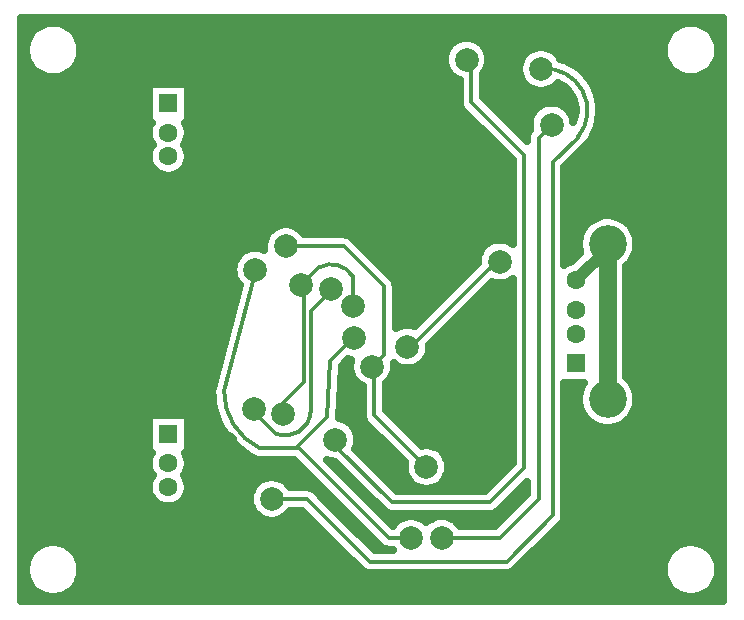
<source format=gbr>
G04 DipTrace 3.0.0.2*
G04 Bottom.gbr*
%MOIN*%
G04 #@! TF.FileFunction,Copper,L2,Bot*
G04 #@! TF.Part,Single*
G04 #@! TA.AperFunction,Conductor*
%ADD14C,0.011811*%
%ADD16C,0.03937*%
%ADD17C,0.059055*%
G04 #@! TA.AperFunction,CopperBalancing*
%ADD19C,0.025*%
G04 #@! TA.AperFunction,ComponentPad*
%ADD24R,0.062992X0.062992*%
%ADD25C,0.062992*%
%ADD26C,0.125984*%
G04 #@! TA.AperFunction,ViaPad*
%ADD37C,0.07874*%
%FSLAX26Y26*%
G04*
G70*
G90*
G75*
G01*
G04 Bottom*
%LPD*%
X789370Y1670472D2*
D14*
Y1085433D1*
Y2187795D2*
Y1820866D1*
X818898Y1791339D1*
X895669D1*
X789370Y1085433D2*
Y568110D1*
X895669Y688976D2*
Y674409D1*
X789370Y568110D1*
X895669Y1791339D2*
Y1776772D1*
X789370Y1670472D1*
X1086614Y933071D2*
Y964567D1*
X965748Y1085433D1*
X789370D1*
X1988189Y1685039D2*
X1736220D1*
X1196850D1*
X1090551Y1791339D1*
X895669D1*
X1736220Y1881890D2*
Y1685039D1*
X1507874Y1090551D2*
Y1015748D1*
X1574803Y948819D1*
Y893701D1*
X1692913Y775591D1*
X1822835D1*
X1854331Y807087D1*
Y1011811D1*
X1748031Y1118110D1*
X1338583Y1460630D2*
X1346457Y1452756D1*
Y1136648D1*
X1254690Y1044882D1*
X1266142D1*
X1279528Y1031496D1*
X1511811Y1389764D2*
Y1488189D1*
G03X1397638Y1519685I-72835J-41339D01*
G01*
X1338583Y1460630D1*
X1437008Y1448819D2*
X1444882D1*
X1370079Y1374016D1*
Y1039370D1*
G02X1252513Y966361I-84101J4265D01*
G01*
X1171631Y1047244D1*
X1181102D1*
X2360236Y1597244D2*
D16*
Y1582677D1*
X2253937Y1476378D1*
X2360236Y1079921D2*
D17*
Y1597244D1*
X1240157Y748031D2*
D14*
X1358268D1*
X1566929Y539370D1*
X2023622D1*
X2177165Y692913D1*
Y1870079D1*
X2259843Y1952756D1*
G03X2137795Y2181102I-106299J89974D01*
G01*
X1452756Y944882D2*
Y925197D1*
X1641732Y736220D1*
X1968504D1*
X2082677Y850394D1*
Y1893701D1*
X1905512Y2070866D1*
Y2196850D1*
X1889764Y2212598D1*
X1807087Y618110D2*
X2000000D1*
X2129921Y748031D1*
Y1952756D1*
X2173228Y1996063D1*
X1185039Y1511811D2*
X1186993Y1509857D1*
X1081369Y1108282D1*
G03X1200500Y917323I210858J-1095D01*
G01*
X1322835D1*
X1330709D1*
X1629921Y618110D1*
X1704724D1*
X1515748Y1283465D2*
X1510483D1*
X1435068Y1208050D1*
X1425197Y1019685D1*
X1322835Y917323D1*
X1287402Y1590551D2*
X1480315D1*
X1614173Y1456693D1*
Y1228346D1*
X1574803Y1188976D1*
X1582677Y1181102D1*
Y1027559D1*
X1755906Y854331D1*
X1692913Y1255906D2*
X1690445Y1240448D1*
X1962098Y1512101D1*
X2000000Y1539370D1*
D37*
X1748031Y1118110D3*
X1507874Y1090551D3*
X1086614Y933071D3*
X1988189Y1685039D3*
X1736220Y1881890D3*
X1704724Y618110D3*
X1755906Y854331D3*
X1287402Y1590551D3*
X1185039Y1511811D3*
X1515748Y1283465D3*
X1574803Y1188976D3*
X2137795Y2181102D3*
X1889764Y2212598D3*
X1240157Y748031D3*
X1452756Y944882D3*
X1692913Y1255906D3*
X2000000Y1539370D3*
X1181102Y1047244D3*
X1279528Y1031496D3*
X1437008Y1448819D3*
X1338583Y1460630D3*
X1511811Y1389764D3*
X1807087Y618110D3*
X2173228Y1996063D3*
X408701Y2324836D2*
D19*
X466518D1*
X557066D2*
X2592543D1*
X2683091D2*
X2740883D1*
X408701Y2299967D2*
X437026D1*
X586606D2*
X2563003D1*
X2712583D2*
X2740883D1*
X408701Y2275098D2*
X423354D1*
X600278D2*
X1850406D1*
X1929135D2*
X2549331D1*
X2726255D2*
X2740928D1*
X605454Y2250230D2*
X1825210D1*
X1954282D2*
X2113247D1*
X2162339D2*
X2544106D1*
X603744Y2225361D2*
X1815835D1*
X1963706D2*
X2077798D1*
X2197787D2*
X2545864D1*
X408701Y2200492D2*
X429018D1*
X594614D2*
X1815738D1*
X1963803D2*
X2065395D1*
X2238559D2*
X2554995D1*
X2720591D2*
X2740883D1*
X408701Y2175623D2*
X448794D1*
X574790D2*
X1824819D1*
X1954672D2*
X2062954D1*
X2274594D2*
X2574770D1*
X2700815D2*
X2740883D1*
X408701Y2150755D2*
X1849331D1*
X1947104D2*
X2069399D1*
X2297739D2*
X2740883D1*
X408701Y2125886D2*
X828482D1*
X962827D2*
X1863930D1*
X1947104D2*
X2088247D1*
X2187339D2*
X2206459D1*
X2313803D2*
X2740883D1*
X408701Y2101017D2*
X828482D1*
X962827D2*
X1863930D1*
X1947104D2*
X2232387D1*
X2324448D2*
X2740883D1*
X408701Y2076148D2*
X828482D1*
X962827D2*
X1863930D1*
X1957992D2*
X2245278D1*
X2330991D2*
X2740883D1*
X408701Y2051280D2*
X828482D1*
X962827D2*
X1869203D1*
X1982846D2*
X2123647D1*
X2222787D2*
X2250747D1*
X2333920D2*
X2740883D1*
X408701Y2026411D2*
X828482D1*
X962827D2*
X1892202D1*
X2007748D2*
X2104848D1*
X2333335D2*
X2740883D1*
X408701Y2001542D2*
X837563D1*
X953794D2*
X1917055D1*
X2032602D2*
X2098403D1*
X2329234D2*
X2740883D1*
X408701Y1976673D2*
X829018D1*
X962339D2*
X1941958D1*
X2057455D2*
X2096499D1*
X2321371D2*
X2740883D1*
X408701Y1951804D2*
X830678D1*
X960678D2*
X1966811D1*
X2309214D2*
X2740883D1*
X408701Y1926936D2*
X840248D1*
X951108D2*
X1991664D1*
X2291684D2*
X2740883D1*
X408701Y1902067D2*
X829654D1*
X961655D2*
X2016567D1*
X2266928D2*
X2740883D1*
X408701Y1877198D2*
X829702D1*
X961606D2*
X2041079D1*
X2242026D2*
X2740883D1*
X408701Y1852329D2*
X840444D1*
X950912D2*
X2041079D1*
X2218735D2*
X2740883D1*
X408701Y1827461D2*
X875795D1*
X915562D2*
X2041079D1*
X2218735D2*
X2740883D1*
X408701Y1802592D2*
X2041079D1*
X2218735D2*
X2740883D1*
X408701Y1777723D2*
X2041079D1*
X2218735D2*
X2740883D1*
X408701Y1752854D2*
X2041079D1*
X2218735D2*
X2740883D1*
X408701Y1727986D2*
X2041079D1*
X2218735D2*
X2740883D1*
X408701Y1703117D2*
X2041079D1*
X2218735D2*
X2740883D1*
X408701Y1678248D2*
X2041079D1*
X2218735D2*
X2305874D1*
X2414584D2*
X2740883D1*
X408701Y1653379D2*
X1248598D1*
X1326206D2*
X2041079D1*
X2218735D2*
X2279654D1*
X2440854D2*
X2740883D1*
X408701Y1628510D2*
X1223062D1*
X1492075D2*
X2041079D1*
X2218735D2*
X2266762D1*
X2453696D2*
X2740883D1*
X408701Y1603642D2*
X1213539D1*
X1524986D2*
X1963832D1*
X2218735D2*
X2261782D1*
X2458676D2*
X2740883D1*
X408701Y1578773D2*
X1154604D1*
X1549839D2*
X1936587D1*
X2218735D2*
X2263344D1*
X2457114D2*
X2740883D1*
X408701Y1553904D2*
X1123451D1*
X1574741D2*
X1926430D1*
X2218735D2*
X2254214D1*
X2448618D2*
X2740883D1*
X408701Y1529035D2*
X1112075D1*
X1599594D2*
X1921255D1*
X2430551D2*
X2740883D1*
X408701Y1504167D2*
X1110366D1*
X1624448D2*
X1896402D1*
X2425424D2*
X2740883D1*
X408701Y1479298D2*
X1117690D1*
X1648570D2*
X1871547D1*
X2425424D2*
X2740883D1*
X408701Y1454429D2*
X1129507D1*
X1655747D2*
X1846646D1*
X1962192D2*
X2041079D1*
X2425424D2*
X2740883D1*
X408701Y1429560D2*
X1122963D1*
X1655747D2*
X1821791D1*
X1937339D2*
X2041079D1*
X2425424D2*
X2740883D1*
X408701Y1404692D2*
X1116420D1*
X1655747D2*
X1796938D1*
X1912436D2*
X2041079D1*
X2425424D2*
X2740883D1*
X408701Y1379823D2*
X1109878D1*
X1655747D2*
X1772035D1*
X1887583D2*
X2041079D1*
X2425424D2*
X2740883D1*
X408701Y1354954D2*
X1103335D1*
X1655747D2*
X1747182D1*
X1862730D2*
X2041079D1*
X2425424D2*
X2740883D1*
X408701Y1330085D2*
X1096791D1*
X1655747D2*
X1722328D1*
X1837827D2*
X2041079D1*
X2425424D2*
X2740883D1*
X408701Y1305217D2*
X1090248D1*
X1812974D2*
X2041079D1*
X2425424D2*
X2740883D1*
X408701Y1280348D2*
X1083706D1*
X1788119D2*
X2041079D1*
X2425424D2*
X2740883D1*
X408701Y1255479D2*
X1077163D1*
X1767954D2*
X2041079D1*
X2425424D2*
X2740883D1*
X408701Y1230610D2*
X1070619D1*
X1763412D2*
X2041079D1*
X2425424D2*
X2740883D1*
X408701Y1205741D2*
X1064076D1*
X1747836D2*
X2041079D1*
X2425424D2*
X2740883D1*
X408701Y1180873D2*
X1057534D1*
X1475278D2*
X1500210D1*
X1649399D2*
X2041079D1*
X2425424D2*
X2740883D1*
X408701Y1156004D2*
X1050991D1*
X1473959D2*
X1507680D1*
X1641928D2*
X2041079D1*
X2425424D2*
X2740883D1*
X408701Y1131135D2*
X1044496D1*
X1472690D2*
X1528482D1*
X1624252D2*
X2041079D1*
X2218735D2*
X2276332D1*
X2444126D2*
X2740883D1*
X408701Y1106266D2*
X1039858D1*
X1471371D2*
X1541079D1*
X1624252D2*
X2041079D1*
X2218735D2*
X2265248D1*
X2455259D2*
X2740883D1*
X408701Y1081398D2*
X1041274D1*
X1470054D2*
X1541079D1*
X1624252D2*
X2041079D1*
X2218735D2*
X2261587D1*
X2458920D2*
X2740883D1*
X408701Y1056529D2*
X1045180D1*
X1468735D2*
X1541079D1*
X1624252D2*
X2041079D1*
X2218735D2*
X2264467D1*
X2456039D2*
X2740883D1*
X408701Y1031660D2*
X1051675D1*
X1467466D2*
X1541079D1*
X1636362D2*
X2041079D1*
X2218735D2*
X2274526D1*
X2445932D2*
X2740883D1*
X408701Y1006791D2*
X828482D1*
X962827D2*
X1060951D1*
X1493100D2*
X1547084D1*
X1661215D2*
X2041079D1*
X2218735D2*
X2295278D1*
X2425180D2*
X2740883D1*
X408701Y981923D2*
X828482D1*
X962827D2*
X1073500D1*
X1517660D2*
X1570571D1*
X1686070D2*
X2041079D1*
X2218735D2*
X2740883D1*
X408701Y957054D2*
X828482D1*
X962827D2*
X1090151D1*
X1526791D2*
X1595424D1*
X1710923D2*
X2041079D1*
X2218735D2*
X2740883D1*
X408701Y932185D2*
X828482D1*
X962827D2*
X1111294D1*
X1526694D2*
X1620278D1*
X1735825D2*
X2041079D1*
X2218735D2*
X2740883D1*
X408701Y907316D2*
X828482D1*
X962827D2*
X1139858D1*
X1528403D2*
X1645180D1*
X1807992D2*
X2041079D1*
X2218735D2*
X2740883D1*
X408701Y882448D2*
X830580D1*
X960776D2*
X1180386D1*
X1553256D2*
X1670034D1*
X1825278D2*
X2041079D1*
X2218735D2*
X2740883D1*
X408701Y857579D2*
X829067D1*
X962290D2*
X1332680D1*
X1448227D2*
X1462567D1*
X1578159D2*
X1680923D1*
X1830894D2*
X2032094D1*
X2218735D2*
X2740883D1*
X408701Y832710D2*
X837807D1*
X953550D2*
X1357534D1*
X1473080D2*
X1487453D1*
X1603012D2*
X1684146D1*
X1827671D2*
X2007241D1*
X2218735D2*
X2740883D1*
X408701Y807841D2*
X831802D1*
X959555D2*
X1196596D1*
X1283726D2*
X1382436D1*
X1497934D2*
X1512339D1*
X1627866D2*
X1697719D1*
X1814096D2*
X1982339D1*
X2218735D2*
X2740883D1*
X408701Y782972D2*
X828627D1*
X962680D2*
X1174087D1*
X1378256D2*
X1407290D1*
X1522836D2*
X1537231D1*
X1652768D2*
X1740298D1*
X1771518D2*
X1957486D1*
X2073031D2*
X2088350D1*
X2218735D2*
X2740883D1*
X408701Y758104D2*
X835512D1*
X955844D2*
X1165786D1*
X1405942D2*
X1432143D1*
X1547690D2*
X1562114D1*
X2048130D2*
X2082241D1*
X2218735D2*
X2740883D1*
X408701Y733235D2*
X857827D1*
X933530D2*
X1166615D1*
X1430844D2*
X1457046D1*
X1572543D2*
X1586996D1*
X2023276D2*
X2057339D1*
X2218735D2*
X2740883D1*
X408701Y708366D2*
X1176919D1*
X1303403D2*
X1340151D1*
X1455698D2*
X1481899D1*
X1597446D2*
X1611793D1*
X1998423D2*
X2032486D1*
X2218735D2*
X2740883D1*
X408701Y683497D2*
X1204507D1*
X1275815D2*
X1365054D1*
X1480551D2*
X1506752D1*
X1622299D2*
X1670766D1*
X1738657D2*
X1773159D1*
X1841050D2*
X2007631D1*
X2217612D2*
X2740883D1*
X408701Y658629D2*
X1389907D1*
X1505454D2*
X1531655D1*
X1869760D2*
X1982778D1*
X2200668D2*
X2740883D1*
X408701Y633760D2*
X1414760D1*
X1530307D2*
X1556508D1*
X2175766D2*
X2740883D1*
X408701Y608891D2*
X1439663D1*
X1555160D2*
X1581362D1*
X2150912D2*
X2740883D1*
X408701Y584022D2*
X453335D1*
X570298D2*
X1464516D1*
X1580063D2*
X1608315D1*
X2126059D2*
X2579311D1*
X2696274D2*
X2740883D1*
X408701Y559154D2*
X431167D1*
X592466D2*
X1489370D1*
X2101157D2*
X2557143D1*
X2718442D2*
X2740883D1*
X602866Y534285D2*
X1514272D1*
X2076303D2*
X2546743D1*
X605650Y509416D2*
X1539322D1*
X2051206D2*
X2543959D1*
X408701Y484547D2*
X422084D1*
X601499D2*
X2548110D1*
X2727524D2*
X2740873D1*
X408701Y459678D2*
X434291D1*
X589340D2*
X2560268D1*
X2715318D2*
X2740883D1*
X408701Y434810D2*
X460122D1*
X563510D2*
X2586098D1*
X2689487D2*
X2740883D1*
X408701Y409941D2*
X2740883D1*
X2728885Y504642D2*
X2726642Y490480D1*
X2722211Y476845D1*
X2715702Y464070D1*
X2707274Y452470D1*
X2697136Y442332D1*
X2685537Y433904D1*
X2672761Y427395D1*
X2659126Y422965D1*
X2644965Y420722D1*
X2630626D1*
X2616465Y422965D1*
X2602829Y427395D1*
X2590054Y433904D1*
X2578454Y442332D1*
X2568316Y452470D1*
X2559888Y464070D1*
X2553379Y476845D1*
X2548949Y490480D1*
X2546706Y504642D1*
Y518980D1*
X2548949Y533142D1*
X2553379Y546777D1*
X2559888Y559552D1*
X2568316Y571152D1*
X2578454Y581290D1*
X2590054Y589718D1*
X2602829Y596227D1*
X2616465Y600657D1*
X2630626Y602900D1*
X2644965D1*
X2659126Y600657D1*
X2672761Y596227D1*
X2685537Y589718D1*
X2697136Y581290D1*
X2707274Y571152D1*
X2715702Y559552D1*
X2722211Y546777D1*
X2726642Y533142D1*
X2728885Y518980D1*
Y504642D1*
X602900Y2236925D2*
X600657Y2222764D1*
X596227Y2209129D1*
X589718Y2196353D1*
X581290Y2184753D1*
X571152Y2174615D1*
X559552Y2166188D1*
X546777Y2159678D1*
X533142Y2155248D1*
X518980Y2153005D1*
X504642D1*
X490480Y2155248D1*
X476845Y2159678D1*
X464070Y2166188D1*
X452470Y2174615D1*
X442332Y2184753D1*
X433904Y2196353D1*
X427395Y2209129D1*
X422965Y2222764D1*
X420722Y2236925D1*
Y2251264D1*
X422965Y2265425D1*
X427395Y2279060D1*
X433904Y2291836D1*
X442332Y2303436D1*
X452470Y2313573D1*
X464070Y2322001D1*
X476845Y2328510D1*
X490480Y2332941D1*
X504642Y2335184D1*
X518980D1*
X533142Y2332941D1*
X546777Y2328510D1*
X559552Y2322001D1*
X571152Y2313573D1*
X581290Y2303436D1*
X589718Y2291836D1*
X596227Y2279060D1*
X600657Y2265425D1*
X602900Y2251264D1*
Y2236925D1*
X2728885D2*
X2726642Y2222764D1*
X2722211Y2209129D1*
X2715702Y2196353D1*
X2707274Y2184753D1*
X2697136Y2174615D1*
X2685537Y2166188D1*
X2672761Y2159678D1*
X2659126Y2155248D1*
X2644965Y2153005D1*
X2630626D1*
X2616465Y2155248D1*
X2602829Y2159678D1*
X2590054Y2166188D1*
X2578454Y2174615D1*
X2568316Y2184753D1*
X2559888Y2196353D1*
X2553379Y2209129D1*
X2548949Y2222764D1*
X2546706Y2236925D1*
Y2251264D1*
X2548949Y2265425D1*
X2553379Y2279060D1*
X2559888Y2291836D1*
X2568316Y2303436D1*
X2578454Y2313573D1*
X2590054Y2322001D1*
X2602829Y2328510D1*
X2616465Y2332941D1*
X2630626Y2335184D1*
X2644965D1*
X2659126Y2332941D1*
X2672761Y2328510D1*
X2685537Y2322001D1*
X2697136Y2313573D1*
X2707274Y2303436D1*
X2715702Y2291836D1*
X2722211Y2279060D1*
X2726642Y2265425D1*
X2728885Y2251264D1*
Y2236925D1*
X602900Y504642D2*
X600657Y490480D1*
X596227Y476845D1*
X589718Y464070D1*
X581290Y452470D1*
X571152Y442332D1*
X559552Y433904D1*
X546777Y427395D1*
X533142Y422965D1*
X518980Y420722D1*
X504642D1*
X490480Y422965D1*
X476845Y427395D1*
X464070Y433904D1*
X452470Y442332D1*
X442332Y452470D1*
X433904Y464070D1*
X427395Y476845D1*
X422965Y490480D1*
X420722Y504642D1*
Y518980D1*
X422965Y533142D1*
X427395Y546777D1*
X433904Y559552D1*
X442332Y571152D1*
X452470Y581290D1*
X464070Y589718D1*
X476845Y596227D1*
X490480Y600657D1*
X504642Y602900D1*
X518980D1*
X533142Y600657D1*
X546777Y596227D1*
X559552Y589718D1*
X571152Y581290D1*
X581290Y571152D1*
X589718Y559552D1*
X596227Y546777D1*
X600657Y533142D1*
X602900Y518980D1*
Y504642D1*
X843488Y1029248D2*
X960350D1*
Y899886D1*
X950829D1*
X955427Y890894D1*
X958563Y881241D1*
X960151Y871217D1*
Y861067D1*
X958563Y851042D1*
X955427Y841390D1*
X950819Y832346D1*
X946954Y826799D1*
X950819Y821197D1*
X955427Y812154D1*
X958563Y802501D1*
X960151Y792476D1*
Y782327D1*
X958563Y772302D1*
X955427Y762650D1*
X950819Y753606D1*
X944853Y745395D1*
X937676Y738218D1*
X929465Y732252D1*
X920421Y727644D1*
X910769Y724508D1*
X900744Y722920D1*
X890594D1*
X880570Y724508D1*
X870917Y727644D1*
X861874Y732252D1*
X853663Y738218D1*
X846486Y745395D1*
X840520Y753606D1*
X835912Y762650D1*
X832776Y772302D1*
X831188Y782327D1*
Y792476D1*
X832776Y802501D1*
X835912Y812154D1*
X840520Y821197D1*
X844385Y826744D1*
X840520Y832346D1*
X835912Y841390D1*
X832776Y851042D1*
X831188Y861067D1*
Y871217D1*
X832776Y881241D1*
X835912Y890894D1*
X840491Y899886D1*
X830988D1*
Y1029248D1*
X843488D1*
Y2131610D2*
X960350D1*
Y2002248D1*
X950829D1*
X955427Y1993256D1*
X958563Y1983604D1*
X960151Y1973579D1*
Y1963429D1*
X958563Y1953404D1*
X955427Y1943752D1*
X950819Y1934709D1*
X946954Y1929161D1*
X950819Y1923559D1*
X955427Y1914516D1*
X958563Y1904864D1*
X960151Y1894839D1*
Y1884689D1*
X958563Y1874664D1*
X955427Y1865012D1*
X950819Y1855969D1*
X944853Y1847757D1*
X937676Y1840580D1*
X929465Y1834614D1*
X920421Y1830007D1*
X910769Y1826870D1*
X900744Y1825282D1*
X890594D1*
X880570Y1826870D1*
X870917Y1830007D1*
X861874Y1834614D1*
X853663Y1840580D1*
X846486Y1847757D1*
X840520Y1855969D1*
X835912Y1865012D1*
X832776Y1874664D1*
X831188Y1884689D1*
Y1894839D1*
X832776Y1904864D1*
X835912Y1914516D1*
X840520Y1923559D1*
X844385Y1929106D1*
X840520Y1934709D1*
X835912Y1943752D1*
X832776Y1953404D1*
X831188Y1963429D1*
Y1973579D1*
X832776Y1983604D1*
X835912Y1993256D1*
X840491Y2002248D1*
X830988D1*
Y2131610D1*
X843488D1*
X2282143Y1136106D2*
X2216226D1*
X2216135Y689846D1*
X2215176Y683787D1*
X2213281Y677954D1*
X2210496Y672488D1*
X2206890Y667526D1*
X2151773Y612239D1*
X2049009Y509646D1*
X2044047Y506039D1*
X2038581Y503255D1*
X2032748Y501360D1*
X2026689Y500400D1*
X1948622Y500280D1*
X1563862Y500400D1*
X1557803Y501360D1*
X1551970Y503255D1*
X1546504Y506039D1*
X1541542Y509646D1*
X1486255Y564762D1*
X1342037Y708980D1*
X1301285Y708941D1*
X1295329Y700911D1*
X1287278Y692860D1*
X1278067Y686168D1*
X1267923Y680999D1*
X1257094Y677482D1*
X1245850Y675699D1*
X1234465D1*
X1223220Y677482D1*
X1212392Y680999D1*
X1202248Y686168D1*
X1193037Y692860D1*
X1184986Y700911D1*
X1178294Y710122D1*
X1173125Y720266D1*
X1169608Y731094D1*
X1167825Y742339D1*
Y753724D1*
X1169608Y764969D1*
X1173125Y775797D1*
X1178294Y785941D1*
X1184986Y795152D1*
X1193037Y803203D1*
X1202248Y809895D1*
X1212392Y815064D1*
X1223220Y818581D1*
X1234465Y820364D1*
X1245850D1*
X1257094Y818581D1*
X1267923Y815064D1*
X1278067Y809895D1*
X1287278Y803203D1*
X1295329Y795152D1*
X1301241Y787108D1*
X1361335Y787001D1*
X1367394Y786042D1*
X1373227Y784147D1*
X1378693Y781362D1*
X1383655Y777756D1*
X1438942Y722639D1*
X1583160Y578421D1*
X1643930Y578461D1*
X1642224Y579020D1*
X1626854Y579140D1*
X1620795Y580100D1*
X1614962Y581995D1*
X1609496Y584780D1*
X1604534Y588386D1*
X1549247Y643501D1*
X1314500Y878249D1*
X1197433Y878353D1*
X1191374Y879312D1*
X1185541Y881207D1*
X1165907Y891541D1*
X1147727Y903276D1*
X1130630Y916539D1*
X1114744Y931232D1*
X1100189Y947244D1*
X1087073Y964455D1*
X1075495Y982738D1*
X1065542Y1001951D1*
X1057289Y1021954D1*
X1050797Y1042597D1*
X1046114Y1063723D1*
X1043277Y1085176D1*
X1042307Y1106793D1*
X1042555Y1112921D1*
X1043564Y1118226D1*
X1133626Y1460633D1*
X1126341Y1469164D1*
X1120392Y1478871D1*
X1116035Y1489390D1*
X1113378Y1500461D1*
X1112484Y1511811D1*
X1113378Y1523161D1*
X1116035Y1534232D1*
X1120392Y1544751D1*
X1126341Y1554458D1*
X1133735Y1563115D1*
X1142392Y1570509D1*
X1152100Y1576458D1*
X1162618Y1580815D1*
X1173689Y1583472D1*
X1185039Y1584366D1*
X1196390Y1583472D1*
X1207461Y1580815D1*
X1216059Y1577344D1*
X1215070Y1584858D1*
Y1596244D1*
X1216852Y1607488D1*
X1220369Y1618316D1*
X1225538Y1628461D1*
X1232230Y1637672D1*
X1240281Y1645723D1*
X1249492Y1652415D1*
X1259636Y1657584D1*
X1270465Y1661101D1*
X1281709Y1662883D1*
X1293094D1*
X1304339Y1661101D1*
X1315167Y1657584D1*
X1325311Y1652415D1*
X1334522Y1645723D1*
X1342573Y1637672D1*
X1348486Y1629627D1*
X1483382Y1629521D1*
X1489441Y1628562D1*
X1495274Y1626667D1*
X1500740Y1623882D1*
X1505702Y1620276D1*
X1560990Y1565159D1*
X1643898Y1482080D1*
X1647504Y1477118D1*
X1650289Y1471652D1*
X1652184Y1465819D1*
X1653143Y1459760D1*
X1653264Y1381693D1*
Y1316702D1*
X1659974Y1320552D1*
X1670492Y1324909D1*
X1681563Y1327567D1*
X1692913Y1328461D1*
X1704264Y1327567D1*
X1715335Y1324909D1*
X1718487Y1323747D1*
X1927727Y1533012D1*
X1927668Y1545063D1*
X1929450Y1556307D1*
X1932967Y1567135D1*
X1938136Y1577280D1*
X1944828Y1586491D1*
X1952879Y1594542D1*
X1962091Y1601234D1*
X1972235Y1606403D1*
X1983063Y1609920D1*
X1994307Y1611702D1*
X2005693D1*
X2016937Y1609920D1*
X2027765Y1606403D1*
X2037909Y1601234D1*
X2043608Y1597311D1*
X2043587Y1877493D1*
X1875787Y2045479D1*
X1872181Y2050441D1*
X1869396Y2055907D1*
X1867501Y2061740D1*
X1866542Y2067799D1*
X1866421Y2143865D1*
X1856824Y2147951D1*
X1847117Y2153900D1*
X1838459Y2161294D1*
X1831066Y2169951D1*
X1825117Y2179659D1*
X1820760Y2190177D1*
X1818102Y2201248D1*
X1817209Y2212598D1*
X1818102Y2223949D1*
X1820760Y2235020D1*
X1825117Y2245538D1*
X1831066Y2255245D1*
X1838459Y2263903D1*
X1847117Y2271297D1*
X1856824Y2277245D1*
X1867343Y2281602D1*
X1878413Y2284260D1*
X1889764Y2285154D1*
X1901114Y2284260D1*
X1912185Y2281602D1*
X1922703Y2277245D1*
X1932411Y2271297D1*
X1941068Y2263903D1*
X1948462Y2255245D1*
X1954411Y2245538D1*
X1958768Y2235020D1*
X1961425Y2223949D1*
X1962319Y2212598D1*
X1961425Y2201248D1*
X1958768Y2190177D1*
X1954411Y2179659D1*
X1948462Y2169951D1*
X1944588Y2165102D1*
X1944602Y2087035D1*
X2090836Y1940824D1*
X2090951Y1955823D1*
X2091911Y1961882D1*
X2093806Y1967715D1*
X2096591Y1973181D1*
X2100197Y1978143D1*
X2102383Y1980501D1*
X2100896Y1990370D1*
Y2001756D1*
X2102678Y2013000D1*
X2106196Y2023828D1*
X2111365Y2033972D1*
X2118056Y2043184D1*
X2126108Y2051235D1*
X2135319Y2057927D1*
X2145463Y2063096D1*
X2156291Y2066613D1*
X2167535Y2068395D1*
X2178921D1*
X2190165Y2066613D1*
X2200993Y2063096D1*
X2211138Y2057927D1*
X2220349Y2051235D1*
X2228400Y2043184D1*
X2235092Y2033972D1*
X2240261Y2023828D1*
X2243778Y2013000D1*
X2245379Y2003281D1*
X2249067Y2012819D1*
X2252182Y2025710D1*
X2253567Y2038899D1*
X2253196Y2052155D1*
X2251075Y2065247D1*
X2247243Y2077942D1*
X2241765Y2090020D1*
X2234739Y2101268D1*
X2226289Y2111487D1*
X2216560Y2120501D1*
X2205726Y2128148D1*
X2193976Y2134298D1*
X2192967Y2133982D1*
X2184916Y2125930D1*
X2175705Y2119239D1*
X2165560Y2114070D1*
X2154732Y2110552D1*
X2143488Y2108770D1*
X2132102D1*
X2120858Y2110552D1*
X2110030Y2114070D1*
X2099886Y2119239D1*
X2090675Y2125930D1*
X2082623Y2133982D1*
X2075932Y2143193D1*
X2070762Y2153337D1*
X2067245Y2164165D1*
X2065463Y2175409D1*
Y2186795D1*
X2067245Y2198039D1*
X2070762Y2208867D1*
X2075932Y2219012D1*
X2082623Y2228223D1*
X2090675Y2236274D1*
X2099886Y2242966D1*
X2110030Y2248135D1*
X2120858Y2251652D1*
X2132102Y2253434D1*
X2143488D1*
X2154732Y2251652D1*
X2165560Y2248135D1*
X2175705Y2242966D1*
X2184916Y2236274D1*
X2192967Y2228223D1*
X2199659Y2219012D1*
X2202323Y2214256D1*
X2223382Y2206772D1*
X2228117Y2204673D1*
X2247114Y2194567D1*
X2266365Y2180865D1*
X2283636Y2164738D1*
X2298623Y2146470D1*
X2311064Y2126379D1*
X2320740Y2104822D1*
X2327482Y2082173D1*
X2331169Y2058833D1*
X2331739Y2035211D1*
X2329181Y2011719D1*
X2323539Y1988773D1*
X2314915Y1966774D1*
X2303457Y1946108D1*
X2289369Y1927138D1*
X2216255Y1853886D1*
X2216256Y1528916D1*
X2224572Y1534009D1*
X2233949Y1537894D1*
X2242904Y1540081D1*
X2269136Y1566346D1*
X2266717Y1574791D1*
X2264356Y1589698D1*
Y1604790D1*
X2266717Y1619697D1*
X2271381Y1634050D1*
X2278232Y1647496D1*
X2287102Y1659706D1*
X2297774Y1670378D1*
X2309984Y1679248D1*
X2323430Y1686100D1*
X2337783Y1690764D1*
X2352690Y1693125D1*
X2367782D1*
X2382689Y1690764D1*
X2397042Y1686100D1*
X2410488Y1679248D1*
X2422698Y1670378D1*
X2433370Y1659706D1*
X2442240Y1647496D1*
X2449092Y1634050D1*
X2453756Y1619697D1*
X2456117Y1604790D1*
Y1589698D1*
X2453756Y1574791D1*
X2449092Y1560438D1*
X2442240Y1546992D1*
X2433370Y1534782D1*
X2422937Y1524331D1*
X2422949Y1152860D1*
X2433370Y1142383D1*
X2442240Y1130173D1*
X2449092Y1116727D1*
X2453756Y1102374D1*
X2456117Y1087467D1*
Y1072375D1*
X2453756Y1057469D1*
X2449092Y1043115D1*
X2442240Y1029669D1*
X2433370Y1017459D1*
X2422698Y1006787D1*
X2410488Y997917D1*
X2397042Y991066D1*
X2382689Y986402D1*
X2367782Y984041D1*
X2352690D1*
X2337783Y986402D1*
X2323430Y991066D1*
X2309984Y997917D1*
X2297774Y1006787D1*
X2287102Y1017459D1*
X2278232Y1029669D1*
X2271381Y1043115D1*
X2266717Y1057469D1*
X2264356Y1072375D1*
Y1087467D1*
X2266717Y1102374D1*
X2271381Y1116727D1*
X2278232Y1130173D1*
X2282181Y1136085D1*
X1644629Y658667D2*
X1649552Y665231D1*
X1657604Y673282D1*
X1666815Y679974D1*
X1676959Y685143D1*
X1687787Y688660D1*
X1699031Y690442D1*
X1710417D1*
X1721661Y688660D1*
X1732490Y685143D1*
X1742634Y679974D1*
X1751845Y673282D1*
X1755915Y669520D1*
X1764440Y676808D1*
X1774147Y682757D1*
X1784665Y687114D1*
X1795736Y689772D1*
X1807087Y690665D1*
X1818437Y689772D1*
X1829508Y687114D1*
X1840026Y682757D1*
X1849734Y676808D1*
X1858391Y669415D1*
X1865785Y660757D1*
X1868171Y657186D1*
X1983795Y657201D1*
X2090820Y764213D1*
X2090831Y803256D1*
X1993891Y706496D1*
X1988929Y702890D1*
X1983463Y700105D1*
X1977630Y698210D1*
X1971571Y697251D1*
X1893504Y697130D1*
X1638665Y697251D1*
X1632606Y698210D1*
X1626773Y700105D1*
X1621307Y702890D1*
X1616345Y706496D1*
X1561058Y761613D1*
X1450331Y872340D1*
X1441406Y873220D1*
X1430335Y875878D1*
X1425720Y877580D1*
X1644610Y658703D1*
X1828238Y848638D2*
X1826455Y837394D1*
X1822938Y826566D1*
X1817769Y816421D1*
X1811077Y807210D1*
X1803026Y799159D1*
X1793815Y792467D1*
X1783671Y787298D1*
X1772843Y783781D1*
X1761598Y781999D1*
X1750213D1*
X1738969Y783781D1*
X1728140Y787298D1*
X1717996Y792467D1*
X1708785Y799159D1*
X1700734Y807210D1*
X1694042Y816421D1*
X1688873Y826566D1*
X1685356Y837394D1*
X1683573Y848638D1*
Y860024D1*
X1685081Y869894D1*
X1552953Y1002172D1*
X1549346Y1007134D1*
X1546562Y1012600D1*
X1544667Y1018433D1*
X1543707Y1024492D1*
X1543587Y1102559D1*
Y1123507D1*
X1536894Y1127113D1*
X1527682Y1133804D1*
X1519631Y1141856D1*
X1512940Y1151067D1*
X1507770Y1161211D1*
X1504253Y1172039D1*
X1502471Y1183283D1*
Y1194669D1*
X1504253Y1205913D1*
X1505869Y1211585D1*
X1496004Y1213706D1*
X1473318Y1191017D1*
X1464157Y1016534D1*
X1475177Y1013886D1*
X1485696Y1009529D1*
X1495403Y1003580D1*
X1504060Y996186D1*
X1511454Y987529D1*
X1517403Y977822D1*
X1521760Y967303D1*
X1524417Y956232D1*
X1525311Y944882D1*
X1524417Y933531D1*
X1521760Y922461D1*
X1518623Y914591D1*
X1657969Y775268D1*
X1952328Y775311D1*
X2043580Y866579D1*
X2043587Y1481399D1*
X2037909Y1477507D1*
X2027765Y1472337D1*
X2016937Y1468820D1*
X2005693Y1467038D1*
X1994307D1*
X1983063Y1468820D1*
X1976139Y1470898D1*
X1765350Y1260071D1*
X1765245Y1250213D1*
X1763463Y1238969D1*
X1759946Y1228140D1*
X1754777Y1217996D1*
X1748085Y1208785D1*
X1740034Y1200734D1*
X1730823Y1194042D1*
X1720678Y1188873D1*
X1709850Y1185356D1*
X1698606Y1183573D1*
X1687220D1*
X1675976Y1185356D1*
X1665148Y1188873D1*
X1655004Y1194042D1*
X1646474Y1200197D1*
X1647358Y1188976D1*
X1646465Y1177626D1*
X1643807Y1166555D1*
X1639450Y1156037D1*
X1633501Y1146329D1*
X1626108Y1137672D1*
X1621766Y1133681D1*
X1621768Y1043749D1*
X1740311Y925207D1*
X1750213Y926663D1*
X1761598D1*
X1772843Y924881D1*
X1783671Y921364D1*
X1793815Y916194D1*
X1803026Y909503D1*
X1811077Y901451D1*
X1817769Y892240D1*
X1822938Y882096D1*
X1826455Y871268D1*
X1828238Y860024D1*
Y848638D1*
X2730906Y2349705D2*
X406201D1*
Y406201D1*
X2743406D1*
Y2349705D1*
X2730906D1*
D24*
X895669Y964567D3*
D25*
Y866142D3*
Y787402D3*
Y688976D3*
D26*
X789370Y1085433D3*
Y568110D3*
D24*
X895669Y2066929D3*
D25*
Y1968504D3*
Y1889764D3*
Y1791339D3*
D26*
X789370Y2187795D3*
Y1670472D3*
D24*
X2253937Y1200787D3*
D25*
Y1299213D3*
Y1377953D3*
Y1476378D3*
D26*
X2360236Y1079921D3*
Y1597244D3*
M02*

</source>
